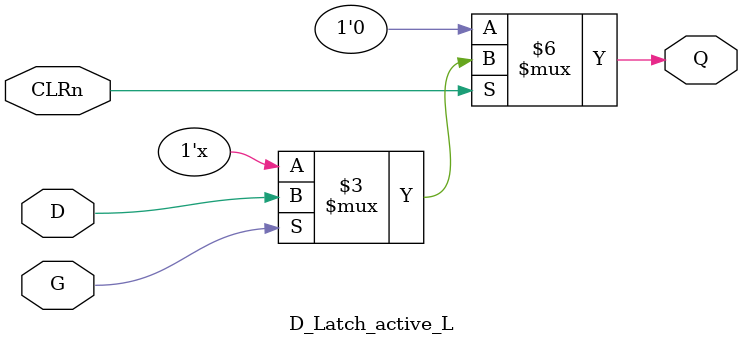
<source format=v>
module D_Latch_active_L (D, G, CLRn, Q);

	input D, G, CLRn;
	output reg Q;

	always @(*)begin
		if (~CLRn)
		 	Q <= 0;
		else if(G)
		 	Q <= D; 
	end

endmodule
</source>
